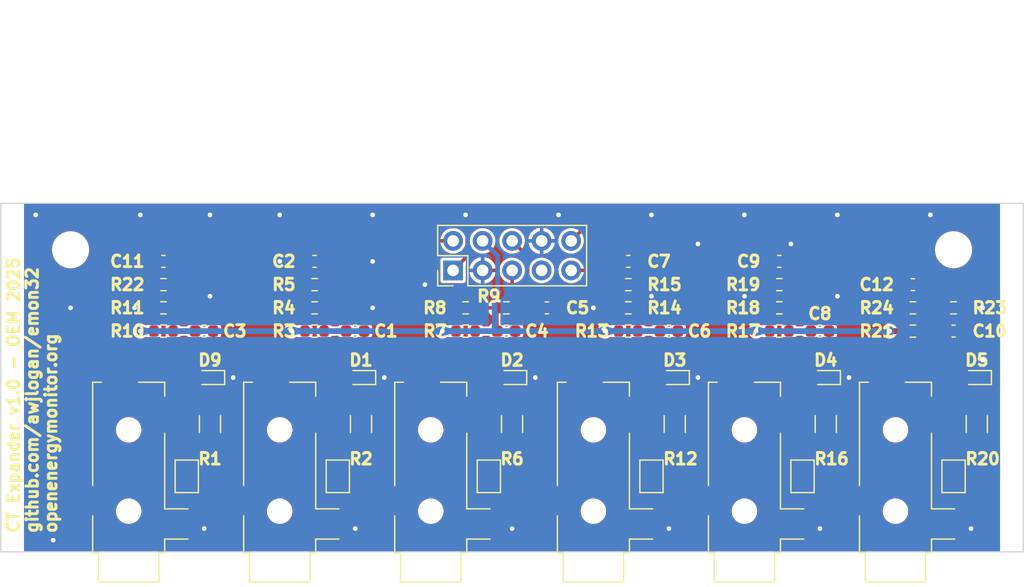
<source format=kicad_pcb>
(kicad_pcb (version 20241229) (generator "pcbnew") (generator_version "9.0")
  (title_block (title "OEM 6CT expander") (date "2024-09-09") (rev "0.1") (company "OpenEnergyMonitor"))
  (layers (0 "F.Cu" signal) (2 "B.Cu" signal) (13 "F.Paste" user) (15 "B.Paste" user) (5 "F.SilkS" user "F.Silkscreen") (7 "B.SilkS" user "B.Silkscreen") (1 "F.Mask" user) (3 "B.Mask" user) (25 "Edge.Cuts" user))
  (net 0 "")
  (net 1 "Net-(D1-A2)")
  (net 2 "Net-(C1-Pad2)")
  (net 3 "/CT8")
  (net 4 "GND")
  (net 5 "Net-(D9-A2)")
  (net 6 "Net-(C3-Pad2)")
  (net 7 "Net-(D2-A2)")
  (net 8 "Net-(C4-Pad2)")
  (net 9 "/CT9")
  (net 10 "Net-(D3-A2)")
  (net 11 "Net-(C6-Pad2)")
  (net 12 "/CT10")
  (net 13 "Net-(D4-A2)")
  (net 14 "Net-(C8-Pad2)")
  (net 15 "/CT11")
  (net 16 "Net-(D5-A2)")
  (net 17 "Net-(C10-Pad2)")
  (net 18 "/CT7")
  (net 19 "/CT12")
  (net 26 "/V_{REF}")
  (net 28 "Net-(JP1-B)")
  (net 29 "Net-(JP2-B)")
  (net 30 "Net-(JP3-B)")
  (net 31 "Net-(JP4-B)")
  (net 32 "Net-(JP5-B)")
  (net 33 "Net-(JP6-B)")
  (footprint "Capacitor_SMD:C_0603_1608Metric" (layer "F.Cu") (at 157.5 111 180)
    (property "Reference" "C6" (at -1.5 0 0) (layer "F.SilkS") (effects (font (thickness 0.25) (bold yes)) (justify left)))
    (property "Value" "10uF")
    (pad "1" smd roundrect (at -0.775 0 180) (size 0.9 0.95) (layers "F.Cu" "F.Mask" "F.Paste") (net 10 "Net-(D3-A2)"))
    (pad "2" smd roundrect (at 0.775 0 180) (size 0.9 0.95) (layers "F.Cu" "F.Mask" "F.Paste") (net 11 "Net-(C6-Pad2)"))
  )
  (footprint "Capacitor_SMD:C_0603_1608Metric" (layer "F.Cu") (at 182 111 180)
    (property "Reference" "C10" (at -1.5 0 0) (layer "F.SilkS") (effects (font (thickness 0.25) (bold yes)) (justify left)))
    (property "Value" "10uF")
    (pad "1" smd roundrect (at -0.775 0 180) (size 0.9 0.95) (layers "F.Cu" "F.Mask" "F.Paste") (net 16 "Net-(D5-A2)"))
    (pad "2" smd roundrect (at 0.775 0 180) (size 0.9 0.95) (layers "F.Cu" "F.Mask" "F.Paste") (net 17 "Net-(C10-Pad2)"))
  )
  (footprint "Resistor_SMD:R_0603_1608Metric" (layer "F.Cu") (at 140 111)
    (property "Reference" "R7" (at -1.5 0 0) (layer "F.SilkS") (effects (font (thickness 0.25) (bold yes)) (justify right)))
    (property "Value" "47K")
    (pad "1" smd roundrect (at -0.825 0) (size 0.8 0.95) (layers "F.Cu" "F.Mask" "F.Paste") (net 26 "/V_{REF}"))
    (pad "2" smd roundrect (at 0.825 0) (size 0.8 0.95) (layers "F.Cu" "F.Mask" "F.Paste") (net 8 "Net-(C4-Pad2)"))
  )
  (footprint "Connector_Audio:Jack_3.5mm_CUI_SJ-3524-SMT_Horizontal" (layer "F.Cu") (at 111 124 180)
    (property "Reference" "J1" (hide yes))
    (property "Value" "SJ-3524-SMT-TR")
    (pad "" np_thru_hole circle (at 0 -2.5 180) (size 1.7 1.7) (drill 1.7) (layers "*.Cu" "*.Mask"))
    (pad "" np_thru_hole circle (at 0 4.5 180) (size 1.7 1.7) (drill 1.7) (layers "*.Cu" "*.Mask"))
    (pad "R" smd rect (at 3.7 -1.6 180) (size 2.8 2.2) (layers "F.Cu" "F.Mask" "F.Paste"))
    (pad "S" smd rect (at -3.7 -3.6 180) (size 2.8 2.2) (layers "F.Cu" "F.Mask" "F.Paste") (net 4 "GND"))
    (pad "T" smd rect (at -3.7 5.8 180) (size 2.8 2.8) (layers "F.Cu" "F.Mask" "F.Paste") (net 5 "Net-(D9-A2)"))
    (pad "TN" smd rect (at 0.75 9.8 180) (size 2.8 2.6) (layers "F.Cu" "F.Mask" "F.Paste"))
  )
  (footprint "Jumper:SolderJumper-2_P1.3mm_Open_TrianglePad1.0x1.5mm" (layer "F.Cu") (at 156 123.5 90)
    (property "Reference" "JP4" (hide yes))
    (property "Value" "SolderJumper_2_Open")
    (pad "1" smd custom (at -0.725 0 90) (size 0.3 0.3) (layers "F.Cu" "F.Mask") (net 4 "GND") (options (clearance outline) (anchor rect)) (primitives (gr_poly (pts (xy 1 0) (xy 0.5 0.75) (xy -0.5 0.75) (xy -0.5 -0.75) (xy 0.5 -0.75)) (width 0) (fill yes))))
    (pad "2" smd custom (at 0.725 0 90) (size 0.3 0.3) (layers "F.Cu" "F.Mask") (net 31 "Net-(JP4-B)") (options (clearance outline) (anchor rect)) (primitives (gr_poly (pts (xy 0.5 0.75) (xy -0.65 0.75) (xy -0.15 0) (xy -0.65 -0.75) (xy 0.5 -0.75)) (width 0) (fill yes))))
  )
  (footprint "Resistor_SMD:R_0603_1608Metric" (layer "F.Cu") (at 127 109)
    (property "Reference" "R4" (at -1.5 0 0) (layer "F.SilkS") (effects (font (thickness 0.25) (bold yes)) (justify right)))
    (property "Value" "47K")
    (pad "1" smd roundrect (at -0.825 0) (size 0.8 0.95) (layers "F.Cu" "F.Mask" "F.Paste") (net 4 "GND"))
    (pad "2" smd roundrect (at 0.825 0) (size 0.8 0.95) (layers "F.Cu" "F.Mask" "F.Paste") (net 2 "Net-(C1-Pad2)"))
  )
  (footprint "Diode_SMD:D_SOD-523" (layer "F.Cu") (at 171 115 180)
    (property "Reference" "D4" (at 0 1.5 0) (layer "F.SilkS") (effects (font (thickness 0.25) (bold yes))))
    (property "Value" "5V")
    (pad "1" smd roundrect (at -0.7 0) (size 0.6 0.7) (layers "F.Cu" "F.Mask" "F.Paste") (net 4 "GND"))
    (pad "2" smd roundrect (at 0.7 0) (size 0.6 0.7) (layers "F.Cu" "F.Mask" "F.Paste") (net 13 "Net-(D4-A2)"))
  )
  (footprint "Resistor_SMD:R_0603_1608Metric" (layer "F.Cu") (at 114 111)
    (property "Reference" "R10" (at -1.5 0 0) (layer "F.SilkS") (effects (font (thickness 0.25) (bold yes)) (justify right)))
    (property "Value" "47K")
    (pad "1" smd roundrect (at -0.825 0) (size 0.8 0.95) (layers "F.Cu" "F.Mask" "F.Paste") (net 26 "/V_{REF}"))
    (pad "2" smd roundrect (at 0.825 0) (size 0.8 0.95) (layers "F.Cu" "F.Mask" "F.Paste") (net 6 "Net-(C3-Pad2)"))
  )
  (footprint "Resistor_SMD:R_0603_1608Metric" (layer "F.Cu") (at 167 111)
    (property "Reference" "R17" (at -1.5 0 0) (layer "F.SilkS") (effects (font (thickness 0.25) (bold yes)) (justify right)))
    (property "Value" "47K")
    (pad "1" smd roundrect (at -0.825 0) (size 0.8 0.95) (layers "F.Cu" "F.Mask" "F.Paste") (net 26 "/V_{REF}"))
    (pad "2" smd roundrect (at 0.825 0) (size 0.8 0.95) (layers "F.Cu" "F.Mask" "F.Paste") (net 14 "Net-(C8-Pad2)"))
  )
  (footprint "Resistor_SMD:R_0603_1608Metric" (layer "F.Cu") (at 127 107 180)
    (property "Reference" "R5" (at 1.5 0 0) (layer "F.SilkS") (effects (font (thickness 0.25) (bold yes)) (justify right)))
    (property "Value" "3K3")
    (pad "1" smd roundrect (at -0.825 0 180) (size 0.8 0.95) (layers "F.Cu" "F.Mask" "F.Paste") (net 3 "/CT8"))
    (pad "2" smd roundrect (at 0.825 0 180) (size 0.8 0.95) (layers "F.Cu" "F.Mask" "F.Paste") (net 2 "Net-(C1-Pad2)"))
  )
  (footprint "Resistor_SMD:R_0603_1608Metric" (layer "F.Cu") (at 143.51 109 180)
    (property "Reference" "R9" (at 1.51 1 0) (layer "F.SilkS") (effects (font (thickness 0.25) (bold yes))))
    (property "Value" "3K3")
    (pad "1" smd roundrect (at -0.825 0 180) (size 0.8 0.95) (layers "F.Cu" "F.Mask" "F.Paste") (net 9 "/CT9"))
    (pad "2" smd roundrect (at 0.825 0 180) (size 0.8 0.95) (layers "F.Cu" "F.Mask" "F.Paste") (net 8 "Net-(C4-Pad2)"))
  )
  (footprint "Connector_Audio:Jack_3.5mm_CUI_SJ-3524-SMT_Horizontal" (layer "F.Cu") (at 177 124 180)
    (property "Reference" "J6" (hide yes))
    (property "Value" "SJ-3524-SMT-TR")
    (pad "" np_thru_hole circle (at 0 -2.5 180) (size 1.7 1.7) (drill 1.7) (layers "*.Cu" "*.Mask"))
    (pad "" np_thru_hole circle (at 0 4.5 180) (size 1.7 1.7) (drill 1.7) (layers "*.Cu" "*.Mask"))
    (pad "R" smd rect (at 3.7 -1.6 180) (size 2.8 2.2) (layers "F.Cu" "F.Mask" "F.Paste"))
    (pad "S" smd rect (at -3.7 -3.6 180) (size 2.8 2.2) (layers "F.Cu" "F.Mask" "F.Paste") (net 4 "GND"))
    (pad "T" smd rect (at -3.7 5.8 180) (size 2.8 2.8) (layers "F.Cu" "F.Mask" "F.Paste") (net 16 "Net-(D5-A2)"))
    (pad "TN" smd rect (at 0.75 9.8 180) (size 2.8 2.6) (layers "F.Cu" "F.Mask" "F.Paste"))
  )
  (footprint "Connector_Audio:Jack_3.5mm_CUI_SJ-3524-SMT_Horizontal" (layer "F.Cu") (at 151 124 180)
    (property "Reference" "J4" (hide yes))
    (property "Value" "SJ-3524-SMT-TR")
    (pad "" np_thru_hole circle (at 0 -2.5 180) (size 1.7 1.7) (drill 1.7) (layers "*.Cu" "*.Mask"))
    (pad "" np_thru_hole circle (at 0 4.5 180) (size 1.7 1.7) (drill 1.7) (layers "*.Cu" "*.Mask"))
    (pad "R" smd rect (at 3.7 -1.6 180) (size 2.8 2.2) (layers "F.Cu" "F.Mask" "F.Paste"))
    (pad "S" smd rect (at -3.7 -3.6 180) (size 2.8 2.2) (layers "F.Cu" "F.Mask" "F.Paste") (net 4 "GND"))
    (pad "T" smd rect (at -3.7 5.8 180) (size 2.8 2.8) (layers "F.Cu" "F.Mask" "F.Paste") (net 10 "Net-(D3-A2)"))
    (pad "TN" smd rect (at 0.75 9.8 180) (size 2.8 2.6) (layers "F.Cu" "F.Mask" "F.Paste"))
  )
  (footprint "Capacitor_SMD:C_0603_1608Metric" (layer "F.Cu") (at 127 105 180)
    (property "Reference" "C2" (at 1.5 0 0) (layer "F.SilkS") (effects (font (thickness 0.25) (bold yes)) (justify right)))
    (property "Value" "10n")
    (pad "1" smd roundrect (at -0.775 0 180) (size 0.9 0.95) (layers "F.Cu" "F.Mask" "F.Paste") (net 3 "/CT8"))
    (pad "2" smd roundrect (at 0.775 0 180) (size 0.9 0.95) (layers "F.Cu" "F.Mask" "F.Paste") (net 4 "GND"))
  )
  (footprint "Capacitor_SMD:C_0603_1608Metric" (layer "F.Cu") (at 170.5 111 180)
    (property "Reference" "C8" (at 0 1.5 0) (layer "F.SilkS") (effects (font (thickness 0.25) (bold yes))))
    (property "Value" "10uF")
    (pad "1" smd roundrect (at -0.775 0 180) (size 0.9 0.95) (layers "F.Cu" "F.Mask" "F.Paste") (net 13 "Net-(D4-A2)"))
    (pad "2" smd roundrect (at 0.775 0 180) (size 0.9 0.95) (layers "F.Cu" "F.Mask" "F.Paste") (net 14 "Net-(C8-Pad2)"))
  )
  (footprint "Connector_Audio:Jack_3.5mm_CUI_SJ-3524-SMT_Horizontal" (layer "F.Cu") (at 137 124 180)
    (property "Reference" "J3" (hide yes))
    (property "Value" "SJ-3524-SMT-TR")
    (pad "" np_thru_hole circle (at 0 -2.5 180) (size 1.7 1.7) (drill 1.7) (layers "*.Cu" "*.Mask"))
    (pad "" np_thru_hole circle (at 0 4.5 180) (size 1.7 1.7) (drill 1.7) (layers "*.Cu" "*.Mask"))
    (pad "R" smd rect (at 3.7 -1.6 180) (size 2.8 2.2) (layers "F.Cu" "F.Mask" "F.Paste"))
    (pad "S" smd rect (at -3.7 -3.6 180) (size 2.8 2.2) (layers "F.Cu" "F.Mask" "F.Paste") (net 4 "GND"))
    (pad "T" smd rect (at -3.7 5.8 180) (size 2.8 2.8) (layers "F.Cu" "F.Mask" "F.Paste") (net 7 "Net-(D2-A2)"))
    (pad "TN" smd rect (at 0.75 9.8 180) (size 2.8 2.6) (layers "F.Cu" "F.Mask" "F.Paste"))
  )
  (footprint "Resistor_SMD:R_1206_3216Metric" (layer "F.Cu") (at 171 119 -90)
    (property "Reference" "R16" (at 3 -0.5 180) (layer "F.SilkS") (effects (font (thickness 0.25) (bold yes))))
    (property "Value" "6R8")
    (pad "1" smd roundrect (at -1.4625 0 270) (size 1.125 1.75) (layers "F.Cu" "F.Mask" "F.Paste") (roundrect_rratio 0.222222) (net 13 "Net-(D4-A2)"))
    (pad "2" smd roundrect (at 1.4625 0 270) (size 1.125 1.75) (layers "F.Cu" "F.Mask" "F.Paste") (roundrect_rratio 0.222222) (net 32 "Net-(JP5-B)"))
  )
  (footprint "Capacitor_SMD:C_0603_1608Metric" (layer "F.Cu") (at 117.5 111 180)
    (property "Reference" "C3" (at -1.5 0 0) (layer "F.SilkS") (effects (font (thickness 0.25) (bold yes)) (justify left)))
    (property "Value" "10uF")
    (pad "1" smd roundrect (at -0.775 0 180) (size 0.9 0.95) (layers "F.Cu" "F.Mask" "F.Paste") (net 5 "Net-(D9-A2)"))
    (pad "2" smd roundrect (at 0.775 0 180) (size 0.9 0.95) (layers "F.Cu" "F.Mask" "F.Paste") (net 6 "Net-(C3-Pad2)"))
  )
  (footprint "Connector_PinHeader_2.54mm:PinHeader_2x05_P2.54mm_Vertical" (layer "F.Cu") (at 138.925 105.775 90)
    (property "Reference" "J7" (hide yes))
    (property "Value" "Conn_02x05_Odd_Even")
    (pad "1" thru_hole rect (at 0 0 90) (size 1.7 1.7) (drill 1) (layers "*.Cu" "*.Mask") (net 18 "/CT7"))
    (pad "2" thru_hole oval (at 2.54 0 90) (size 1.7 1.7) (drill 1) (layers "*.Cu" "*.Mask") (net 3 "/CT8"))
    (pad "3" thru_hole oval (at 0 2.54 90) (size 1.7 1.7) (drill 1) (layers "*.Cu" "*.Mask") (net 4 "GND"))
    (pad "4" thru_hole oval (at 2.54 2.54 90) (size 1.7 1.7) (drill 1) (layers "*.Cu" "*.Mask") (net 26 "/V_{REF}"))
    (pad "5" thru_hole oval (at 0 5.08 90) (size 1.7 1.7) (drill 1) (layers "*.Cu" "*.Mask") (net 9 "/CT9"))
    (pad "6" thru_hole oval (at 2.54 5.08 90) (size 1.7 1.7) (drill 1) (layers "*.Cu" "*.Mask") (net 12 "/CT10"))
    (pad "7" thru_hole oval (at 0 7.62 90) (size 1.7 1.7) (drill 1) (layers "*.Cu" "*.Mask"))
    (pad "8" thru_hole oval (at 2.54 7.62 90) (size 1.7 1.7) (drill 1) (layers "*.Cu" "*.Mask") (net 4 "GND"))
    (pad "9" thru_hole oval (at 0 10.16 90) (size 1.7 1.7) (drill 1) (layers "*.Cu" "*.Mask") (net 15 "/CT11"))
    (pad "10" thru_hole oval (at 2.54 10.16 90) (size 1.7 1.7) (drill 1) (layers "*.Cu" "*.Mask") (net 19 "/CT12"))
  )
  (footprint "Resistor_SMD:R_0603_1608Metric" (layer "F.Cu") (at 154 107)
    (property "Reference" "R15" (at 1.5 0 0) (layer "F.SilkS") (effects (font (thickness 0.25) (bold yes)) (justify left)))
    (property "Value" "3K3")
    (pad "1" smd roundrect (at -0.825 0) (size 0.8 0.95) (layers "F.Cu" "F.Mask" "F.Paste") (net 12 "/CT10"))
    (pad "2" smd roundrect (at 0.825 0) (size 0.8 0.95) (layers "F.Cu" "F.Mask" "F.Paste") (net 11 "Net-(C6-Pad2)"))
  )
  (footprint "MountingHole:MountingHole_2.7mm_M2.5" (layer "F.Cu") (at 182 104 90)
    (property "Reference" "H2" (hide yes))
    (property "Value" "MountingHole")
    (pad "" np_thru_hole circle (at 0 0 90) (size 2.7 2.7) (drill 2.7) (layers "*.Cu" "*.Mask"))
  )
  (footprint "Capacitor_SMD:C_0603_1608Metric" (layer "F.Cu") (at 114 105 180)
    (property "Reference" "C11" (at 1.5 0 0) (layer "F.SilkS") (effects (font (thickness 0.25) (bold yes)) (justify right)))
    (property "Value" "10n")
    (pad "1" smd roundrect (at -0.775 0 180) (size 0.9 0.95) (layers "F.Cu" "F.Mask" "F.Paste") (net 18 "/CT7"))
    (pad "2" smd roundrect (at 0.775 0 180) (size 0.9 0.95) (layers "F.Cu" "F.Mask" "F.Paste") (net 4 "GND"))
  )
  (footprint "Diode_SMD:D_SOD-523" (layer "F.Cu") (at 158 115 180)
    (property "Reference" "D3" (at 0 1.5 0) (layer "F.SilkS") (effects (font (thickness 0.25) (bold yes))))
    (property "Value" "5V")
    (pad "1" smd roundrect (at -0.7 0) (size 0.6 0.7) (layers "F.Cu" "F.Mask" "F.Paste") (net 4 "GND"))
    (pad "2" smd roundrect (at 0.7 0) (size 0.6 0.7) (layers "F.Cu" "F.Mask" "F.Paste") (net 10 "Net-(D3-A2)"))
  )
  (footprint "Resistor_SMD:R_0603_1608Metric" (layer "F.Cu") (at 154 111)
    (property "Reference" "R13" (at -1.5 0 0) (layer "F.SilkS") (effects (font (thickness 0.25) (bold yes)) (justify right)))
    (property "Value" "47K")
    (pad "1" smd roundrect (at -0.825 0) (size 0.8 0.95) (layers "F.Cu" "F.Mask" "F.Paste") (net 26 "/V_{REF}"))
    (pad "2" smd roundrect (at 0.825 0) (size 0.8 0.95) (layers "F.Cu" "F.Mask" "F.Paste") (net 11 "Net-(C6-Pad2)"))
  )
  (footprint "Resistor_SMD:R_0603_1608Metric" (layer "F.Cu") (at 178.5 109)
    (property "Reference" "R24" (at -1.5 0 0) (layer "F.SilkS") (effects (font (thickness 0.25) (bold yes)) (justify right)))
    (property "Value" "3K3")
    (pad "1" smd roundrect (at -0.825 0) (size 0.8 0.95) (layers "F.Cu" "F.Mask" "F.Paste") (net 19 "/CT12"))
    (pad "2" smd roundrect (at 0.825 0) (size 0.8 0.95) (layers "F.Cu" "F.Mask" "F.Paste") (net 17 "Net-(C10-Pad2)"))
  )
  (footprint "Resistor_SMD:R_0603_1608Metric" (layer "F.Cu") (at 167 107)
    (property "Reference" "R19" (at -1.5 0 0) (layer "F.SilkS") (effects (font (thickness 0.25) (bold yes)) (justify right)))
    (property "Value" "3K3")
    (pad "1" smd roundrect (at -0.825 0) (size 0.8 0.95) (layers "F.Cu" "F.Mask" "F.Paste") (net 15 "/CT11"))
    (pad "2" smd roundrect (at 0.825 0) (size 0.8 0.95) (layers "F.Cu" "F.Mask" "F.Paste") (net 14 "Net-(C8-Pad2)"))
  )
  (footprint "Resistor_SMD:R_0603_1608Metric" (layer "F.Cu") (at 127 111)
    (property "Reference" "R3" (at -1.5 0 0) (layer "F.SilkS") (effects (font (thickness 0.25) (bold yes)) (justify right)))
    (property "Value" "47K")
    (pad "1" smd roundrect (at -0.825 0) (size 0.8 0.95) (layers "F.Cu" "F.Mask" "F.Paste") (net 26 "/V_{REF}"))
    (pad "2" smd roundrect (at 0.825 0) (size 0.8 0.95) (layers "F.Cu" "F.Mask" "F.Paste") (net 2 "Net-(C1-Pad2)"))
  )
  (footprint "Resistor_SMD:R_1206_3216Metric" (layer "F.Cu") (at 158 119 -90)
    (property "Reference" "R12" (at 3 -0.5 180) (layer "F.SilkS") (effects (font (thickness 0.25) (bold yes))))
    (property "Value" "6R8")
    (pad "1" smd roundrect (at -1.4625 0 270) (size 1.125 1.75) (layers "F.Cu" "F.Mask" "F.Paste") (roundrect_rratio 0.222222) (net 10 "Net-(D3-A2)"))
    (pad "2" smd roundrect (at 1.4625 0 270) (size 1.125 1.75) (layers "F.Cu" "F.Mask" "F.Paste") (roundrect_rratio 0.222222) (net 31 "Net-(JP4-B)"))
  )
  (footprint "Jumper:SolderJumper-2_P1.3mm_Open_TrianglePad1.0x1.5mm" (layer "F.Cu") (at 142 123.5 90)
    (property "Reference" "JP3" (hide yes))
    (property "Value" "SolderJumper_2_Open")
    (pad "1" smd custom (at -0.725 0 90) (size 0.3 0.3) (layers "F.Cu" "F.Mask") (net 4 "GND") (options (clearance outline) (anchor rect)) (primitives (gr_poly (pts (xy 1 0) (xy 0.5 0.75) (xy -0.5 0.75) (xy -0.5 -0.75) (xy 0.5 -0.75)) (width 0) (fill yes))))
    (pad "2" smd custom (at 0.725 0 90) (size 0.3 0.3) (layers "F.Cu" "F.Mask") (net 30 "Net-(JP3-B)") (options (clearance outline) (anchor rect)) (primitives (gr_poly (pts (xy 0.5 0.75) (xy -0.65 0.75) (xy -0.15 0) (xy -0.65 -0.75) (xy 0.5 -0.75)) (width 0) (fill yes))))
  )
  (footprint "Capacitor_SMD:C_0603_1608Metric" (layer "F.Cu") (at 167 105)
    (property "Reference" "C9" (at -1.5 0 0) (layer "F.SilkS") (effects (font (thickness 0.25) (bold yes)) (justify right)))
    (property "Value" "10n")
    (pad "1" smd roundrect (at -0.775 0) (size 0.9 0.95) (layers "F.Cu" "F.Mask" "F.Paste") (net 15 "/CT11"))
    (pad "2" smd roundrect (at 0.775 0) (size 0.9 0.95) (layers "F.Cu" "F.Mask" "F.Paste") (net 4 "GND"))
  )
  (footprint "Connector_Audio:Jack_3.5mm_CUI_SJ-3524-SMT_Horizontal" (layer "F.Cu") (at 124 124 180)
    (property "Reference" "J2" (hide yes))
    (property "Value" "SJ-3524-SMT-TR")
    (pad "" np_thru_hole circle (at 0 -2.5 180) (size 1.7 1.7) (drill 1.7) (layers "*.Cu" "*.Mask"))
    (pad "" np_thru_hole circle (at 0 4.5 180) (size 1.7 1.7) (drill 1.7) (layers "*.Cu" "*.Mask"))
    (pad "R" smd rect (at 3.7 -1.6 180) (size 2.8 2.2) (layers "F.Cu" "F.Mask" "F.Paste"))
    (pad "S" smd rect (at -3.7 -3.6 180) (size 2.8 2.2) (layers "F.Cu" "F.Mask" "F.Paste") (net 4 "GND"))
    (pad "T" smd rect (at -3.7 5.8 180) (size 2.8 2.8) (layers "F.Cu" "F.Mask" "F.Paste") (net 1 "Net-(D1-A2)"))
    (pad "TN" smd rect (at 0.75 9.8 180) (size 2.8 2.6) (layers "F.Cu" "F.Mask" "F.Paste"))
  )
  (footprint "Jumper:SolderJumper-2_P1.3mm_Open_TrianglePad1.0x1.5mm" (layer "F.Cu") (at 116 123.5 90)
    (property "Reference" "JP1" (hide yes))
    (property "Value" "SolderJumper_2_Open")
    (pad "1" smd custom (at -0.725 0 90) (size 0.3 0.3) (layers "F.Cu" "F.Mask") (net 4 "GND") (options (clearance outline) (anchor rect)) (primitives (gr_poly (pts (xy 1 0) (xy 0.5 0.75) (xy -0.5 0.75) (xy -0.5 -0.75) (xy 0.5 -0.75)) (width 0) (fill yes))))
    (pad "2" smd custom (at 0.725 0 90) (size 0.3 0.3) (layers "F.Cu" "F.Mask") (net 28 "Net-(JP1-B)") (options (clearance outline) (anchor rect)) (primitives (gr_poly (pts (xy 0.5 0.75) (xy -0.65 0.75) (xy -0.15 0) (xy -0.65 -0.75) (xy 0.5 -0.75)) (width 0) (fill yes))))
  )
  (footprint "Capacitor_SMD:C_0603_1608Metric" (layer "F.Cu") (at 154 105)
    (property "Reference" "C7" (at 1.5 0 0) (layer "F.SilkS") (effects (font (thickness 0.25) (bold yes)) (justify left)))
    (property "Value" "10n")
    (pad "1" smd roundrect (at -0.775 0) (size 0.9 0.95) (layers "F.Cu" "F.Mask" "F.Paste") (net 12 "/CT10"))
    (pad "2" smd roundrect (at 0.775 0) (size 0.9 0.95) (layers "F.Cu" "F.Mask" "F.Paste") (net 4 "GND"))
  )
  (footprint "Resistor_SMD:R_0603_1608Metric" (layer "F.Cu") (at 114 107 180)
    (property "Reference" "R22" (at 1.5 0 0) (layer "F.SilkS") (effects (font (thickness 0.25) (bold yes)) (justify right)))
    (property "Value" "3K3")
    (pad "1" smd roundrect (at -0.825 0 180) (size 0.8 0.95) (layers "F.Cu" "F.Mask" "F.Paste") (net 18 "/CT7"))
    (pad "2" smd roundrect (at 0.825 0 180) (size 0.8 0.95) (layers "F.Cu" "F.Mask" "F.Paste") (net 6 "Net-(C3-Pad2)"))
  )
  (footprint "Connector_Audio:Jack_3.5mm_CUI_SJ-3524-SMT_Horizontal" (layer "F.Cu") (at 164 124 180)
    (property "Reference" "J5" (hide yes))
    (property "Value" "SJ-3524-SMT-TR")
    (pad "" np_thru_hole circle (at 0 -2.5 180) (size 1.7 1.7) (drill 1.7) (layers "*.Cu" "*.Mask"))
    (pad "" np_thru_hole circle (at 0 4.5 180) (size 1.7 1.7) (drill 1.7) (layers "*.Cu" "*.Mask"))
    (pad "R" smd rect (at 3.7 -1.6 180) (size 2.8 2.2) (layers "F.Cu" "F.Mask" "F.Paste"))
    (pad "S" smd rect (at -3.7 -3.6 180) (size 2.8 2.2) (layers "F.Cu" "F.Mask" "F.Paste") (net 4 "GND"))
    (pad "T" smd rect (at -3.7 5.8 180) (size 2.8 2.8) (layers "F.Cu" "F.Mask" "F.Paste") (net 13 "Net-(D4-A2)"))
    (pad "TN" smd rect (at 0.75 9.8 180) (size 2.8 2.6) (layers "F.Cu" "F.Mask" "F.Paste"))
  )
  (footprint "Resistor_SMD:R_0603_1608Metric" (layer "F.Cu") (at 154 109)
    (property "Reference" "R14" (at 1.5 0 0) (layer "F.SilkS") (effects (font (thickness 0.25) (bold yes)) (justify left)))
    (property "Value" "47K")
    (pad "1" smd roundrect (at -0.825 0) (size 0.8 0.95) (layers "F.Cu" "F.Mask" "F.Paste") (net 4 "GND"))
    (pad "2" smd roundrect (at 0.825 0) (size 0.8 0.95) (layers "F.Cu" "F.Mask" "F.Paste") (net 11 "Net-(C6-Pad2)"))
  )
  (footprint "Jumper:SolderJumper-2_P1.3mm_Open_TrianglePad1.0x1.5mm" (layer "F.Cu") (at 169 123.5 90)
    (property "Reference" "JP5" (hide yes))
    (property "Value" "SolderJumper_2_Open")
    (pad "1" smd custom (at -0.725 0 90) (size 0.3 0.3) (layers "F.Cu" "F.Mask") (net 4 "GND") (options (clearance outline) (anchor rect)) (primitives (gr_poly (pts (xy 1 0) (xy 0.5 0.75) (xy -0.5 0.75) (xy -0.5 -0.75) (xy 0.5 -0.75)) (width 0) (fill yes))))
    (pad "2" smd custom (at 0.725 0 90) (size 0.3 0.3) (layers "F.Cu" "F.Mask") (net 32 "Net-(JP5-B)") (options (clearance outline) (anchor rect)) (primitives (gr_poly (pts (xy 0.5 0.75) (xy -0.65 0.75) (xy -0.15 0) (xy -0.65 -0.75) (xy 0.5 -0.75)) (width 0) (fill yes))))
  )
  (footprint "Resistor_SMD:R_0603_1608Metric" (layer "F.Cu") (at 114 109)
    (property "Reference" "R11" (at -1.5 0 0) (layer "F.SilkS") (effects (font (thickness 0.25) (bold yes)) (justify right)))
    (property "Value" "47K")
    (pad "1" smd roundrect (at -0.825 0) (size 0.8 0.95) (layers "F.Cu" "F.Mask" "F.Paste") (net 4 "GND"))
    (pad "2" smd roundrect (at 0.825 0) (size 0.8 0.95) (layers "F.Cu" "F.Mask" "F.Paste") (net 6 "Net-(C3-Pad2)"))
  )
  (footprint "Resistor_SMD:R_1206_3216Metric" (layer "F.Cu") (at 118 119 -90)
    (property "Reference" "R1" (at 3 0 180) (layer "F.SilkS") (effects (font (thickness 0.25) (bold yes))))
    (property "Value" "6R8")
    (pad "1" smd roundrect (at -1.4625 0 270) (size 1.125 1.75) (layers "F.Cu" "F.Mask" "F.Paste") (roundrect_rratio 0.222222) (net 5 "Net-(D9-A2)"))
    (pad "2" smd roundrect (at 1.4625 0 270) (size 1.125 1.75) (layers "F.Cu" "F.Mask" "F.Paste") (roundrect_rratio 0.222222) (net 28 "Net-(JP1-B)"))
  )
  (footprint "Diode_SMD:D_SOD-523" (layer "F.Cu") (at 144 115 180)
    (property "Reference" "D2" (at 0 1.5 0) (layer "F.SilkS") (effects (font (thickness 0.25) (bold yes))))
    (property "Value" "5V")
    (pad "1" smd roundrect (at -0.7 0) (size 0.6 0.7) (layers "F.Cu" "F.Mask" "F.Paste") (net 4 "GND"))
    (pad "2" smd roundrect (at 0.7 0) (size 0.6 0.7) (layers "F.Cu" "F.Mask" "F.Paste") (net 7 "Net-(D2-A2)"))
  )
  (footprint "Resistor_SMD:R_0603_1608Metric" (layer "F.Cu") (at 178.5 111)
    (property "Reference" "R21" (at -1.5 0 0) (layer "F.SilkS") (effects (font (thickness 0.25) (bold yes)) (justify right)))
    (property "Value" "47K")
    (pad "1" smd roundrect (at -0.825 0) (size 0.8 0.95) (layers "F.Cu" "F.Mask" "F.Paste") (net 26 "/V_{REF}"))
    (pad "2" smd roundrect (at 0.825 0) (size 0.8 0.95) (layers "F.Cu" "F.Mask" "F.Paste") (net 17 "Net-(C10-Pad2)"))
  )
  (footprint "Diode_SMD:D_SOD-523" (layer "F.Cu") (at 118 115 180)
    (property "Reference" "D9" (at 0 1.5 0) (layer "F.SilkS") (effects (font (thickness 0.25) (bold yes))))
    (property "Value" "5V")
    (pad "1" smd roundrect (at -0.7 0) (size 0.6 0.7) (layers "F.Cu" "F.Mask" "F.Paste") (net 4 "GND"))
    (pad "2" smd roundrect (at 0.7 0) (size 0.6 0.7) (layers "F.Cu" "F.Mask" "F.Paste") (net 5 "Net-(D9-A2)"))
  )
  (footprint "Resistor_SMD:R_0603_1608Metric" (layer "F.Cu") (at 140 109)
    (property "Reference" "R8" (at -1.5 0 0) (layer "F.SilkS") (effects (font (thickness 0.25) (bold yes)) (justify right)))
    (property "Value" "47K")
    (pad "1" smd roundrect (at -0.825 0) (size 0.8 0.95) (layers "F.Cu" "F.Mask" "F.Paste") (net 4 "GND"))
    (pad "2" smd roundrect (at 0.825 0) (size 0.8 0.95) (layers "F.Cu" "F.Mask" "F.Paste") (net 8 "Net-(C4-Pad2)"))
  )
  (footprint "Jumper:SolderJumper-2_P1.3mm_Open_TrianglePad1.0x1.5mm" (layer "F.Cu") (at 182 123.5 90)
    (property "Reference" "JP6" (hide yes))
    (property "Value" "SolderJumper_2_Open")
    (pad "1" smd custom (at -0.725 0 90) (size 0.3 0.3) (layers "F.Cu" "F.Mask") (net 4 "GND") (options (clearance outline) (anchor rect)) (primitives (gr_poly (pts (xy 1 0) (xy 0.5 0.75) (xy -0.5 0.75) (xy -0.5 -0.75) (xy 0.5 -0.75)) (width 0) (fill yes))))
    (pad "2" smd custom (at 0.725 0 90) (size 0.3 0.3) (layers "F.Cu" "F.Mask") (net 33 "Net-(JP6-B)") (options (clearance outline) (anchor rect)) (primitives (gr_poly (pts (xy 0.5 0.75) (xy -0.65 0.75) (xy -0.15 0) (xy -0.65 -0.75) (xy 0.5 -0.75)) (width 0) (fill yes))))
  )
  (footprint "Resistor_SMD:R_1206_3216Metric" (layer "F.Cu") (at 184 119 -90)
    (property "Reference" "R20" (at 3 -0.5 180) (layer "F.SilkS") (effects (font (thickness 0.25) (bold yes))))
    (property "Value" "6R8")
    (pad "1" smd roundrect (at -1.4625 0 270) (size 1.125 1.75) (layers "F.Cu" "F.Mask" "F.Paste") (roundrect_rratio 0.222222) (net 16 "Net-(D5-A2)"))
    (pad "2" smd roundrect (at 1.4625 0 270) (size 1.125 1.75) (layers "F.Cu" "F.Mask" "F.Paste") (roundrect_rratio 0.222222) (net 33 "Net-(JP6-B)"))
  )
  (footprint "Capacitor_SMD:C_0603_1608Metric" (layer "F.Cu") (at 147 109)
    (property "Reference" "C5" (at 1.5 0 0) (layer "F.SilkS") (effects (font (thickness 0.25) (bold yes)) (justify left)))
    (property "Value" "10n")
    (pad "1" smd roundrect (at -0.775 0) (size 0.9 0.95) (layers "F.Cu" "F.Mask" "F.Paste") (net 9 "/CT9"))
    (pad "2" smd roundrect (at 0.775 0) (size 0.9 0.95) (layers "F.Cu" "F.Mask" "F.Paste") (net 4 "GND"))
  )
  (footprint "Resistor_SMD:R_0603_1608Metric" (layer "F.Cu") (at 182 109 180)
    (property "Reference" "R23" (at -1.5 0 0) (layer "F.SilkS") (effects (font (thickness 0.25) (bold yes)) (justify left)))
    (property "Value" "47K")
    (pad "1" smd roundrect (at -0.825 0 180) (size 0.8 0.95) (layers "F.Cu" "F.Mask" "F.Paste") (net 4 "GND"))
    (pad "2" smd roundrect (at 0.825 0 180) (size 0.8 0.95) (layers "F.Cu" "F.Mask" "F.Paste") (net 17 "Net-(C10-Pad2)"))
  )
  (footprint "MountingHole:MountingHole_2.7mm_M2.5" (layer "F.Cu") (at 106 104 90)
    (property "Reference" "H1" (hide yes))
    (property "Value" "MountingHole")
    (pad "" np_thru_hole circle (at 0 0 90) (size 2.7 2.7) (drill 2.7) (layers "*.Cu" "*.Mask"))
  )
  (footprint "Jumper:SolderJumper-2_P1.3mm_Open_TrianglePad1.0x1.5mm" (layer "F.Cu") (at 129 123.5 90)
    (property "Reference" "JP2" (hide yes))
    (property "Value" "SolderJumper_2_Open")
    (pad "1" smd custom (at -0.725 0 90) (size 0.3 0.3) (layers "F.Cu" "F.Mask") (net 4 "GND") (options (clearance outline) (anchor rect)) (primitives (gr_poly (pts (xy 1 0) (xy 0.5 0.75) (xy -0.5 0.75) (xy -0.5 -0.75) (xy 0.5 -0.75)) (width 0) (fill yes))))
    (pad "2" smd custom (at 0.725 0 90) (size 0.3 0.3) (layers "F.Cu" "F.Mask") (net 29 "Net-(JP2-B)") (options (clearance outline) (anchor rect)) (primitives (gr_poly (pts (xy 0.5 0.75) (xy -0.65 0.75) (xy -0.15 0) (xy -0.65 -0.75) (xy 0.5 -0.75)) (width 0) (fill yes))))
  )
  (footprint "Diode_SMD:D_SOD-523" (layer "F.Cu") (at 184 115 180)
    (property "Reference" "D5" (at 0 1.5 0) (layer "F.SilkS") (effects (font (thickness 0.25) (bold yes))))
    (property "Value" "5V")
    (pad "1" smd roundrect (at -0.7 0) (size 0.6 0.7) (layers "F.Cu" "F.Mask" "F.Paste") (net 4 "GND"))
    (pad "2" smd roundrect (at 0.7 0) (size 0.6 0.7) (layers "F.Cu" "F.Mask" "F.Paste") (net 16 "Net-(D5-A2)"))
  )
  (footprint "Resistor_SMD:R_0603_1608Metric" (layer "F.Cu") (at 167 109)
    (property "Reference" "R18" (at -1.5 0 0) (layer "F.SilkS") (effects (font (thickness 0.25) (bold yes)) (justify right)))
    (property "Value" "47K")
    (pad "1" smd roundrect (at -0.825 0) (size 0.8 0.95) (layers "F.Cu" "F.Mask" "F.Paste") (net 4 "GND"))
    (pad "2" smd roundrect (at 0.825 0) (size 0.8 0.95) (layers "F.Cu" "F.Mask" "F.Paste") (net 14 "Net-(C8-Pad2)"))
  )
  (footprint "Capacitor_SMD:C_0603_1608Metric" (layer "F.Cu") (at 143.5 111 180)
    (property "Reference" "C4" (at -1.5 0 0) (layer "F.SilkS") (effects (font (thickness 0.25) (bold yes)) (justify left)))
    (property "Value" "10uF")
    (pad "1" smd roundrect (at -0.775 0 180) (size 0.9 0.95) (layers "F.Cu" "F.Mask" "F.Paste") (net 7 "Net-(D2-A2)"))
    (pad "2" smd roundrect (at 0.775 0 180) (size 0.9 0.95) (layers "F.Cu" "F.Mask" "F.Paste") (net 8 "Net-(C4-Pad2)"))
  )
  (footprint "Resistor_SMD:R_1206_3216Metric" (layer "F.Cu") (at 131 119 -90)
    (property "Reference" "R2" (at 3 0 180) (layer "F.SilkS") (effects (font (thickness 0.25) (bold yes))))
    (property "Value" "6R8")
    (pad "1" smd roundrect (at -1.4625 0 270) (size 1.125 1.75) (layers "F.Cu" "F.Mask" "F.Paste") (roundrect_rratio 0.222222) (net 1 "Net-(D1-A2)"))
    (pad "2" smd roundrect (at 1.4625 0 270) (size 1.125 1.75) (layers "F.Cu" "F.Mask" "F.Paste") (roundrect_rratio 0.222222) (net 29 "Net-(JP2-B)"))
  )
  (footprint "Diode_SMD:D_SOD-523" (layer "F.Cu") (at 131 115 180)
    (property "Reference" "D1" (at 0 1.5 0) (layer "F.SilkS") (effects (font (thickness 0.25) (bold yes))))
    (property "Value" "5V")
    (pad "1" smd roundrect (at -0.7 0) (size 0.6 0.7) (layers "F.Cu" "F.Mask" "F.Paste") (net 4 "GND"))
    (pad "2" smd roundrect (at 0.7 0) (size 0.6 0.7) (layers "F.Cu" "F.Mask" "F.Paste") (net 1 "Net-(D1-A2)"))
  )
  (footprint "Capacitor_SMD:C_0603_1608Metric" (layer "F.Cu") (at 130.5 111 180)
    (property "Reference" "C1" (at -1.5 0 0) (layer "F.SilkS") (effects (font (thickness 0.25) (bold yes)) (justify left)))
    (property "Value" "10uF")
    (pad "1" smd roundrect (at -0.775 0 180) (size 0.9 0.95) (layers "F.Cu" "F.Mask" "F.Paste") (net 1 "Net-(D1-A2)"))
    (pad "2" smd roundrect (at 0.775 0 180) (size 0.9 0.95) (layers "F.Cu" "F.Mask" "F.Paste") (net 2 "Net-(C1-Pad2)"))
  )
  (footprint "Capacitor_SMD:C_0603_1608Metric" (layer "F.Cu") (at 178.5 107)
    (property "Reference" "C12" (at -1.5 0 0) (layer "F.SilkS") (effects (font (thickness 0.25) (bold yes)) (justify right)))
    (property "Value" "10n")
    (pad "1" smd roundrect (at -0.775 0) (size 0.9 0.95) (layers "F.Cu" "F.Mask" "F.Paste") (net 19 "/CT12"))
    (pad "2" smd roundrect (at 0.775 0) (size 0.9 0.95) (layers "F.Cu" "F.Mask" "F.Paste") (net 4 "GND"))
  )
  (footprint "Resistor_SMD:R_1206_3216Metric" (layer "F.Cu") (at 144 119 -90)
    (property "Reference" "R6" (at 3 0 180) (layer "F.SilkS") (effects (font (thickness 0.25) (bold yes))))
    (property "Value" "6R8")
    (pad "1" smd roundrect (at -1.4625 0 270) (size 1.125 1.75) (layers "F.Cu" "F.Mask" "F.Paste") (roundrect_rratio 0.222222) (net 7 "Net-(D2-A2)"))
    (pad "2" smd roundrect (at 1.4625 0 270) (size 1.125 1.75) (layers "F.Cu" "F.Mask" "F.Paste") (roundrect_rratio 0.222222) (net 30 "Net-(JP3-B)"))
  )
  (gr_line (start 100 130) (end 188 130) (stroke (width 0.1)) (layer "Edge.Cuts"))
  (gr_line (start 188 130) (end 188 100) (stroke (width 0.1)) (layer "Edge.Cuts"))
  (gr_line (start 100 100) (end 100 130) (stroke (width 0.1)) (layer "Edge.Cuts"))
  (gr_line (start 188 100) (end 100 100) (stroke (width 0.1)) (layer "Edge.Cuts"))
  (gr_text "CT Expander v1.0 - OEM 2025\ngithub.com/awjlogan/emon32\nopenenergymonitor.org" (at 100.5 128.5 90) (layer "F.SilkS") (effects (font (size 1 1) (thickness 0.25) (bold yes)) (justify left top)))
  (segment (start 131.275 111) (end 131.275 112.225) (width 0.3) (layer "F.Cu") (net 1))
  (segment (start 130.3 113.2) (end 131.275 112.225) (width 0.3) (layer "F.Cu") (net 1))
  (segment (start 130.3 115) (end 130.3 113.2) (width 0.3) (layer "F.Cu") (net 1))
  (segment (start 130.3 115.8) (end 131 116.5) (width 0.3) (layer "F.Cu") (net 1))
  (segment (start 130.3 115) (end 130.3 115.8) (width 0.3) (layer "F.Cu") (net 1))
  (segment (start 131 116.5) (end 131 117.5375) (width 0.3) (layer "F.Cu") (net 1))
  (segment (start 128.3625 117.5375) (end 127.7 118.2) (width 0.3) (layer "F.Cu") (net 1))
  (segment (start 131 117.5375) (end 128.3625 117.5375) (width 0.3) (layer "F.Cu") (net 1))
  (segment (start 127.825 109) (end 127.825 108.65) (width 0.3) (layer "F.Cu") (net 2))
  (segment (start 127.825 109) (end 127.825 111) (width 0.3) (layer "F.Cu") (net 2))
  (segment (start 127.825 108.65) (end 126.175 107) (width 0.3) (layer "F.Cu") (net 2))
  (segment (start 127.825 111) (end 129.725 111) (width 0.3) (layer "F.Cu") (net 2))
  (segment (start 129.54 103.235) (end 127.775 105) (width 0.3) (layer "F.Cu") (net 3))
  (segment (start 127.775 105) (end 127.775 106.95) (width 0.3) (layer "F.Cu") (net 3))
  (segment (start 138.925 103.235) (end 129.54 103.235) (width 0.3) (layer "F.Cu") (net 3))
  (via (at 118 108) (size 0.8) (drill 0.4) (layers "F.Cu" "B.Cu") (net 4))
  (via (at 156 101) (size 0.8) (drill 0.4) (layers "F.Cu" "B.Cu") (net 4))
  (via (at 173 115) (size 0.8) (drill 0.4) (layers "F.Cu" "B.Cu") (net 4))
  (via (at 157.5 128) (size 0.8) (drill 0.4) (layers "F.Cu" "B.Cu") (net 4))
  (via (at 117.5 128) (size 0.8) (drill 0.4) (layers "F.Cu" "B.Cu") (net 4))
  (via (at 180 101) (size 0.8) (drill 0.4) (layers "F.Cu" "B.Cu") (net 4))
  (via (at 111.5 109) (size 0.8) (drill 0.4) (layers "F.Cu" "B.Cu") (net 4))
  (via (at 184.5 113.5) (size 0.8) (drill 0.4) (layers "F.Cu" "B.Cu") (net 4))
  (via (at 140 101) (size 0.8) (drill 0.4) (layers "F.Cu" "B.Cu") (net 4))
  (via (at 156 108) (size 0.8) (drill 0.4) (layers "F.Cu" "B.Cu") (net 4))
  (via (at 168 103.5) (size 0.8) (drill 0.4) (layers "F.Cu" "B.Cu") (net 4))
  (via (at 160 115) (size 0.8) (drill 0.4) (layers "F.Cu" "B.Cu") (net 4))
  (via (at 124 105) (size 0.8) (drill 0.4) (layers "F.Cu" "B.Cu") (net 4))
  (via (at 136.5 107) (size 0.8) (drill 0.4) (layers "F.Cu" "B.Cu") (net 4))
  (via (at 130.5 128) (size 0.8) (drill 0.4) (layers "F.Cu" "B.Cu") (net 4))
  (via (at 170.5 128) (size 0.8) (drill 0.4) (layers "F.Cu" "B.Cu") (net 4))
  (via (at 172 108) (size 0.8) (drill 0.4) (layers "F.Cu" "B.Cu") (net 4))
  (via (at 124 101) (size 0.8) (drill 0.4) (layers "F.Cu" "B.Cu") (net 4))
  (via (at 132 105) (size 0.8) (drill 0.4) (layers "F.Cu" "B.Cu") (net 4))
  (via (at 146 115) (size 0.8) (drill 0.4) (layers "F.Cu" "B.Cu") (net 4))
  (via (at 118 101) (size 0.8) (drill 0.4) (layers "F.Cu" "B.Cu") (net 4))
  (via (at 183.5 128) (size 0.8) (drill 0.4) (layers "F.Cu" "B.Cu") (net 4))
  (via (at 112 101) (size 0.8) (drill 0.4) (layers "F.Cu" "B.Cu") (net 4))
  (via (at 164 101) (size 0.8) (drill 0.4) (layers "F.Cu" "B.Cu") (net 4))
  (via (at 132 109) (size 0.8) (drill 0.4) (layers "F.Cu" "B.Cu") (net 4))
  (via (at 184.5 109) (size 0.8) (drill 0.4) (layers "F.Cu" "B.Cu") (net 4))
  (via (at 103 101) (size 0.8) (drill 0.4) (layers "F.Cu" "B.Cu") (net 4))
  (via (at 144 128) (size 0.8) (drill 0.4) (layers "F.Cu" "B.Cu") (net 4))
  (via (at 160 103.5) (size 0.8) (drill 0.4) (layers "F.Cu" "B.Cu") (net 4))
  (via (at 148 101) (size 0.8) (drill 0.4) (layers "F.Cu" "B.Cu") (net 4))
  (via (at 120 115) (size 0.8) (drill 0.4) (layers "F.Cu" "B.Cu") (net 4))
  (via (at 132 101) (size 0.8) (drill 0.4) (layers "F.Cu" "B.Cu") (net 4))
  (via (at 133 115) (size 0.8) (drill 0.4) (layers "F.Cu" "B.Cu") (net 4))
  (via (at 172 101) (size 0.8) (drill 0.4) (layers "F.Cu" "B.Cu") (net 4))
  (via (at 104.5 129) (size 0.8) (drill 0.4) (layers "F.Cu" "B.Cu") (net 4))
  (via (at 151 109) (size 0.8) (drill 0.4) (layers "F.Cu" "B.Cu") (net 4))
  (via (at 106 109) (size 0.8) (drill 0.4) (layers "F.Cu" "B.Cu") (net 4))
  (via (at 164 108) (size 0.8) (drill 0.4) (layers "F.Cu" "B.Cu") (net 4))
  (segment (start 115.3625 117.5375) (end 114.7 118.2) (width 0.3) (layer "F.Cu") (net 5))
  (segment (start 117.3 115) (end 117.3 115.8) (width 0.3) (layer "F.Cu") (net 5))
  (segment (start 118.275 112.225) (end 118.275 111) (width 0.3) (layer "F.Cu") (net 5))
  (segment (start 117.3 113.2) (end 118.275 112.225) (width 0.3) (layer "F.Cu") (net 5))
  (segment (start 118 117.5375) (end 115.3625 117.5375) (width 0.3) (layer "F.Cu") (net 5))
  (segment (start 117.3 115.8) (end 118 116.5) (width 0.3) (layer "F.Cu") (net 5))
  (segment (start 117.3 115) (end 117.3 113.2) (width 0.3) (layer "F.Cu") (net 5))
  (segment (start 118 116.5) (end 118 117.5375) (width 0.3) (layer "F.Cu") (net 5))
  (segment (start 113.175 107.35) (end 114.825 109) (width 0.3) (layer "F.Cu") (net 6))
  (segment (start 114.825 111) (end 114.825 109) (width 0.3) (layer "F.Cu") (net 6))
  (segment (start 113.175 107) (end 113.175 107.35) (width 0.3) (layer "F.Cu") (net 6))
  (segment (start 114.825 111) (end 116.725 111) (width 0.3) (layer "F.Cu") (net 6))
  (segment (start 144 116.5) (end 144 117.5375) (width 0.3) (layer "F.Cu") (net 7))
  (segment (start 143.3 113.7) (end 143.5 113.5) (width 0.3) (layer "F.Cu") (net 7))
  (segment (start 143.3 115.8) (end 144 116.5) (width 0.3) (layer "F.Cu") (net 7))
  (segment (start 143.3 115) (end 143.3 113.7) (width 0.3) (layer "F.Cu") (net 7))
  (segment (start 144.275 112.725) (end 143.5 113.5) (width 0.3) (layer "F.Cu") (net 7))
  (segment (start 141.3625 117.5375) (end 140.7 118.2) (width 0.3) (layer "F.Cu") (net 7))
  (segment (start 144 117.5375) (end 141.3625 117.5375) (width 0.3) (layer "F.Cu") (net 7))
  (segment (start 143.3 115) (end 143.3 115.8) (width 0.3) (layer "F.Cu") (net 7))
  (segment (start 144.275 111) (end 144.275 112.725) (width 0.3) (layer "F.Cu") (net 7))
  (segment (start 140.825 109) (end 142.685 109) (width 0.3) (layer "F.Cu") (net 8))
  (segment (start 142.685 109) (end 142.685 110.96) (width 0.3) (layer "F.Cu") (net 8))
  (segment (start 142.725 111) (end 140.825 111) (width 0.3) (layer "F.Cu") (net 8))
  (segment (start 144.335 109) (end 144.335 107.835) (width 0.3) (layer "F.Cu") (net 9))
  (segment (start 144.005 107.495) (end 144.005 105.775) (width 0.3) (layer "F.Cu") (net 9))
  (segment (start 144.335 109) (end 146.225 109) (width 0.3) (layer "F.Cu") (net 9))
  (segment (start 144.335 107.835) (end 144 107.5) (width 0.3) (layer "F.Cu") (net 9))
  (segment (start 144 107.5) (end 144.005 107.495) (width 0.3) (layer "F.Cu") (net 9))
  (segment (start 157.3 115) (end 157.3 115.8) (width 0.3) (layer "F.Cu") (net 10))
  (segment (start 155.3625 117.5375) (end 154.7 118.2) (width 0.3) (layer "F.Cu") (net 10))
  (segment (start 158 117.5375) (end 155.3625 117.5375) (width 0.3) (layer "F.Cu") (net 10))
  (segment (start 158 116.5) (end 158 117.5375) (width 0.3) (layer "F.Cu") (net 10))
  (segment (start 158.275 111) (end 158.275 112.225) (width 0.3) (layer "F.Cu") (net 10))
  (segment (start 158.275 112.225) (end 157.3 113.2) (width 0.3) (layer "F.Cu") (net 10))
  (segment (start 157.3 115.8) (end 158 116.5) (width 0.3) (layer "F.Cu") (net 10))
  (segment (start 157.3 113.2) (end 157.3 115) (width 0.3) (layer "F.Cu") (net 10))
  (segment (start 154.825 109) (end 154.825 111) (width 0.3) (layer "F.Cu") (net 11))
  (segment (start 154.825 111) (end 156.725 111) (width 0.3) (layer "F.Cu") (net 11))
  (segment (start 154.825 107) (end 154.825 109) (width 0.3) (layer "F.Cu") (net 11))
  (segment (start 145.345 104.575) (end 144.005 103.235) (width 0.3) (layer "F.Cu") (net 12))
  (segment (start 146 107.5) (end 145.345 106.845) (width 0.3) (layer "F.Cu") (net 12))
  (segment (start 153.175 107) (end 151.5 107) (width 0.3) (layer "F.Cu") (net 12))
  (segment (start 145.345 106.845) (end 145.345 104.575) (width 0.3) (layer "F.Cu") (net 12))
  (segment (start 151 107.5) (end 146 107.5) (width 0.3) (layer "F.Cu") (net 12))
  (segment (start 151.5 107) (end 151 107.5) (width 0.3) (layer "F.Cu") (net 12))
  (segment (start 153.225 105) (end 153.225 106.95) (width 0.3) (layer "F.Cu") (net 12))
  (segment (start 171.275 111) (end 171.275 112.225) (width 0.3) (layer "F.Cu") (net 13))
  (segment (start 170.3 115.8) (end 171 116.5) (width 0.3) (layer "F.Cu") (net 13))
  (segment (start 171 117.5375) (end 168.3625 117.5375) (width 0.3) (layer "F.Cu") (net 13))
  (segment (start 168.3625 117.5375) (end 167.7 118.2) (width 0.3) (layer "F.Cu") (net 13))
  (segment (start 170.3 115) (end 170.3 115.8) (width 0.3) (layer "F.Cu") (net 13))
  (segment (start 171.275 112.225) (end 170.3 113.2) (width 0.3) (layer "F.Cu") (net 13))
  (segment (start 170.3 113.2) (end 170.3 115) (width 0.3) (layer "F.Cu") (net 13))
  (segment (start 171 116.5) (end 171 117.5375) (width 0.3) (layer "F.Cu") (net 13))
  (segment (start 167.825 111) (end 169.725 111) (width 0.3) (layer "F.Cu") (net 14))
  (segment (start 167.825 109) (end 167.825 111) (width 0.3) (layer "F.Cu") (net 14))
  (segment (start 167.825 107) (end 167.825 109) (width 0.3) (layer "F.Cu") (net 14))
  (segment (start 151.5 105) (end 150.725 105.775) (width 0.3) (layer "F.Cu") (net 15))
  (segment (start 150.725 105.775) (end 149.085 105.775) (width 0.3) (layer "F.Cu") (net 15))
  (segment (start 159 105) (end 157.5 103.5) (width 0.3) (layer "F.Cu") (net 15))
  (segment (start 166.175 107) (end 166.175 105.05) (width 0.3) (layer "F.Cu") (net 15))
  (segment (start 157.5 103.5) (end 152 103.5) (width 0.3) (layer "F.Cu") (net 15))
  (segment (start 152 103.5) (end 151.5 104) (width 0.3) (layer "F.Cu") (net 15))
  (segment (start 151.5 104) (end 151.5 105) (width 0.3) (layer "F.Cu") (net 15))
  (segment (start 166.225 105) (end 159 105) (width 0.3) (layer "F.Cu") (net 15))
  (segment (start 183.3 115) (end 183.3 115.8) (width 0.3) (layer "F.Cu") (net 16))
  (segment (start 183.3 115.8) (end 184 116.5) (width 0.3) (layer "F.Cu") (net 16))
  (segment (start 181.3625 117.5375) (end 180.7 118.2) (width 0.3) (layer "F.Cu") (net 16))
  (segment (start 184 116.5) (end 184 117.5375) (width 0.3) (layer "F.Cu") (net 16))
  (segment (start 184 117.5375) (end 181.3625 117.5375) (width 0.3) (layer "F.Cu") (net 16))
  (segment (start 182.775 114.475) (end 183.3 115) (width 0.3) (layer "F.Cu") (net 16))
  (segment (start 182.775 111) (end 182.775 114.475) (width 0.3) (layer "F.Cu") (net 16))
  (segment (start 181.175 109) (end 181.175 110.95) (width 0.3) (layer "F.Cu") (net 17))
  (segment (start 179.325 111) (end 179.325 109) (width 0.3) (layer "F.Cu") (net 17))
  (segment (start 181.225 111) (end 179.325 111) (width 0.3) (layer "F.Cu") (net 17))
  (segment (start 114.775 105) (end 120.5 105) (width 0.3) (layer "F.Cu") (net 18))
  (segment (start 140.125 102.625) (end 140.125 104.575) (width 0.3) (layer "F.Cu") (net 18))
  (segment (start 139.5 102) (end 140.125 102.625) (width 0.3) (layer "F.Cu") (net 18))
  (segment (start 120.5 105) (end 123.5 102) (width 0.3) (layer "F.Cu") (net 18))
  (segment (start 123.5 102) (end 139.5 102) (width 0.3) (layer "F.Cu") (net 18))
  (segment (start 114.775 105) (end 114.775 106.95) (width 0.3) (layer "F.Cu") (net 18))
  (segment (start 140.125 104.575) (end 138.925 105.775) (width 0.3) (layer "F.Cu") (net 18))
  (segment (start 174.5 107) (end 169.5 102) (width 0.3) (layer "F.Cu") (net 19))
  (segment (start 177.675 109) (end 177.675 107.05) (width 0.3) (layer "F.Cu") (net 19))
  (segment (start 169.5 102) (end 150.32 102) (width 0.3) (layer "F.Cu") (net 19))
  (segment (start 177.725 107) (end 174.5 107) (width 0.3) (layer "F.Cu") (net 19))
  (segment (start 150.32 102) (end 149.085 103.235) (width 0.3) (layer "F.Cu") (net 19))
  (segment (start 138 111) (end 139.175 111) (width 0.5) (layer "F.Cu") (net 26))
  (segment (start 152 111) (end 153.175 111) (width 0.5) (layer "F.Cu") (net 26))
  (segment (start 125 111) (end 126.175 111) (width 0.5) (layer "F.Cu") (net 26))
  (segment (start 112 111) (end 113.175 111) (width 0.5) (layer "F.Cu") (net 26))
  (segment (start 165 111) (end 166.175 111) (width 0.5) (layer "F.Cu") (net 26))
  (segment (start 176.5 111) (end 177.675 111) (width 0.5) (layer "F.Cu") (net 26))
  (via (at 112 111) (size 0.8) (drill 0.4) (layers "F.Cu" "B.Cu") (net 26))
  (via (at 152 111) (size 0.8) (drill 0.4) (layers "F.Cu" "B.Cu") (net 26))
  (via (at 165 111) (size 0.8) (drill 0.4) (layers "F.Cu" "B.Cu") (net 26))
  (via (at 138 111) (size 0.8) (drill 0.4) (layers "F.Cu" "B.Cu") (net 26))
  (via (at 125 111) (size 0.8) (drill 0.4) (layers "F.Cu" "B.Cu") (net 26))
  (via (at 176.5 111) (size 0.8) (drill 0.4) (layers "F.Cu" "B.Cu") (net 26))
  (segment (start 142.755 107.745) (end 142.5 108) (width 0.4) (layer "B.Cu") (net 26))
  (segment (start 142.83 107.67) (end 142.5 108) (width 0.5) (layer "B.Cu") (net 26))
  (segment (start 142.5 111) (end 152 111) (width 0.5) (layer "B.Cu") (net 26))
  (segment (start 142.755 104.525) (end 142.755 107.745) (width 0.4) (layer "B.Cu") (net 26))
  (segment (start 138 111) (end 125 111) (width 0.5) (layer "B.Cu") (net 26))
  (segment (start 142.5 111) (end 138 111) (width 0.5) (layer "B.Cu") (net 26))
  (segment (start 141.465 103.235) (end 142.755 104.525) (width 0.4) (layer "B.Cu") (net 26))
  (segment (start 165 111) (end 176.5 111) (width 0.5) (layer "B.Cu") (net 26))
  (segment (start 125 111) (end 112 111) (width 0.5) (layer "B.Cu") (net 26))
  (segment (start 142.5 108) (end 142.5 111) (width 0.5) (layer "B.Cu") (net 26))
  (segment (start 152 111) (end 165 111) (width 0.5) (layer "B.Cu") (net 26))
  (segment (start 116 121) (end 116.5375 120.4625) (width 0.3) (layer "F.Cu") (net 28))
  (segment (start 116 122.775) (end 116 121) (width 0.3) (layer "F.Cu") (net 28))
  (segment (start 116.5375 120.4625) (end 118 120.4625) (width 0.3) (layer "F.Cu") (net 28))
  (segment (start 129 121) (end 129.5375 120.4625) (width 0.3) (layer "F.Cu") (net 29))
  (segment (start 129 122.775) (end 129 121) (width 0.3) (layer "F.Cu") (net 29))
  (segment (start 129.5375 120.4625) (end 131 120.4625) (width 0.3) (layer "F.Cu") (net 29))
  (segment (start 142 121) (end 142.5375 120.4625) (width 0.3) (layer "F.Cu") (net 30))
  (segment (start 142.5375 120.4625) (end 144 120.4625) (width 0.3) (layer "F.Cu") (net 30))
  (segment (start 142 122.775) (end 142 121) (width 0.3) (layer "F.Cu") (net 30))
  (segment (start 156 121) (end 156.5375 120.4625) (width 0.3) (layer "F.Cu") (net 31))
  (segment (start 156.5375 120.4625) (end 158 120.4625) (width 0.3) (layer "F.Cu") (net 31))
  (segment (start 156 122.775) (end 156 121) (width 0.3) (layer "F.Cu") (net 31))
  (segment (start 169.5375 120.4625) (end 171 120.4625) (width 0.3) (layer "F.Cu") (net 32))
  (segment (start 169 122.775) (end 169 121) (width 0.3) (layer "F.Cu") (net 32))
  (segment (start 169 121) (end 169.5375 120.4625) (width 0.3) (layer "F.Cu") (net 32))
  (segment (start 182.5375 120.4625) (end 184 120.4625) (width 0.3) (layer "F.Cu") (net 33))
  (segment (start 182 122.775) (end 182 121) (width 0.3) (layer "F.Cu") (net 33))
  (segment (start 182 121) (end 182.5375 120.4625) (width 0.3) (layer "F.Cu") (net 33))
  (zone (net 0) (net_name "") (layers "F.Cu" "B.Cu") (connect_pads (clearance 0)) (min_thickness 0.25)
    (keepout (tracks not_allowed) (vias not_allowed) (pads not_allowed) (copperpour not_allowed) (footprints allowed))
    (fill (thermal_gap 0.5) (thermal_bridge_width 0.5))
    (polygon (pts (xy 102 100) (xy 100 100) (xy 100 130) (xy 102 130)))
  )
  (zone (net 0) (net_name "") (layers "F.Cu" "B.Cu") (connect_pads (clearance 0)) (min_thickness 0.25)
    (keepout (tracks not_allowed) (vias not_allowed) (pads not_allowed) (copperpour not_allowed) (footprints allowed))
    (fill (thermal_gap 0.5) (thermal_bridge_width 0.5))
    (polygon (pts (xy 188 100) (xy 186 100) (xy 186 130) (xy 188 130)))
  )
  (zone (net 4) (net_name "GND") (layers "F.Cu" "B.Cu") (connect_pads (clearance 0.25)) (min_thickness 0.25) (fill yes (thermal_gap 0.3) (thermal_bridge_width 0.3))
    (polygon (pts (xy 188 100) (xy 188 130) (xy 100 130) (xy 100 100)))
  )
)
</source>
